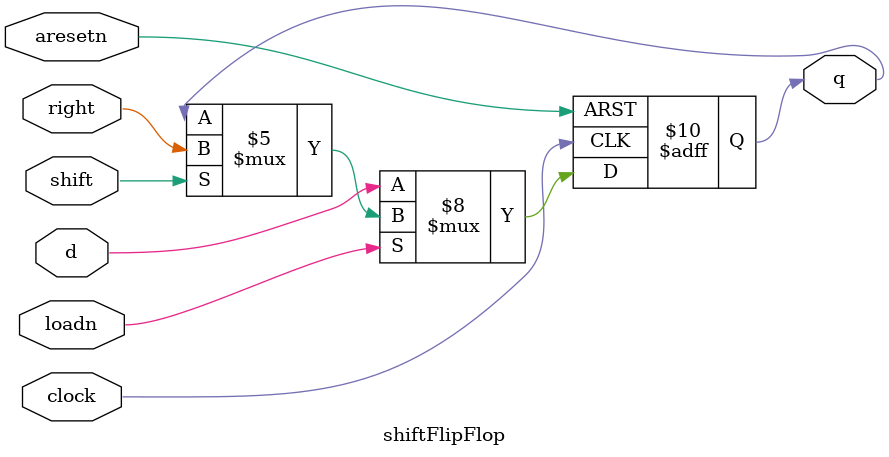
<source format=v>


module lab5part3(input CLOCK_50, input[9:0] SW, input[3:0] KEY, output[9:0] LEDR);
	
	morseEncoder encoder(.rate(32'b00000010111110101111000001111111), .clock(CLOCK_50), .resetn(KEY[0]), .sel(SW[2:0]), .morse_out(LEDR[0]), .start(KEY[1]));
	
endmodule

module morseEncoder(input clock, resetn, start, input[31:0] rate, input[2:0] sel, output morse_out);
	wire[15:0] morseCode;
	wire rotate;
	wire[15:0] regOut;

	//morse LUT
	morseLUT mLut(.s(sel), .q(morseCode));
	
	//rate divider
	rateDivider32bit rateDiv(.s(rate), .enable(1'b1), .resetn(resetn), .clock(clock), .pulse(rotate));
	
	//shift register
	shift16bitRegister sreg(.data(morseCode), .aresetn(resetn), .parallelLoadn(start), .rotateLeft(rotate), .clock(clock), .reg_out(regOut));

	assign morse_out = regOut[15];
endmodule

//morse representation LUT
module morseLUT(input[2:0] s, output reg[15:0] q);
	always@(*)
		case(s)//16'b0000000000000000
			3'b000: q = {16'b1010000000000000};//i
			3'b001: q = {16'b1011101110111000};//j
			3'b010: q = {16'b1110101110000000};//k
			3'b011: q = {16'b1011101010000000};//l
			3'b100: q = {16'b1110111000000000};//m
			3'b101: q = {16'b1110111000000000};//n
			3'b110: q = {16'b1110111011100000};//o
			3'b111: q = {16'b1011101110100000};//p
		endcase
endmodule

//1hz: s=32'b00000010111110101111000001111111
//rate divider
module rateDivider32bit(input[31:0] s, input enable, resetn, clock, output pulse);
	reg[31:0] count;
	
	always @(posedge clock)
	begin
		if((resetn == 1'b0) | (count == 32'b0))
			count <= s;
		else if (enable == 1'b1)
			count <= count - 1;
	end
	
	assign pulse = (count == 32'b0) ? 1 : 0;
endmodule

//shift register
module shift16bitRegister(input[15:0] data, input aresetn, parallelLoadn, rotateLeft, clock, output[15:0] reg_out);

	// shift flip flop units [15:0]
	shiftFlipFlop u15(.shift(rotateLeft), .d(data[15]), .aresetn(aresetn), .loadn(parallelLoadn), .clock(clock), .right(reg_out[14]), .q(reg_out[15]));
	shiftFlipFlop u14(.shift(rotateLeft), .d(data[14]), .aresetn(aresetn), .loadn(parallelLoadn), .clock(clock), .right(reg_out[13]), .q(reg_out[14]));
	shiftFlipFlop u13(.shift(rotateLeft), .d(data[13]), .aresetn(aresetn), .loadn(parallelLoadn), .clock(clock), .right(reg_out[12]), .q(reg_out[13]));
	shiftFlipFlop u12(.shift(rotateLeft), .d(data[12]), .aresetn(aresetn), .loadn(parallelLoadn), .clock(clock), .right(reg_out[11]), .q(reg_out[12]));
	shiftFlipFlop u11(.shift(rotateLeft), .d(data[11]), .aresetn(aresetn), .loadn(parallelLoadn), .clock(clock), .right(reg_out[10]), .q(reg_out[11]));
	shiftFlipFlop u10(.shift(rotateLeft), .d(data[10]), .aresetn(aresetn), .loadn(parallelLoadn), .clock(clock), .right(reg_out[9]), .q(reg_out[10]));
	shiftFlipFlop u9(.shift(rotateLeft), .d(data[9]), .aresetn(aresetn), .loadn(parallelLoadn), .clock(clock), .right(reg_out[8]), .q(reg_out[9]));
	shiftFlipFlop u8(.shift(rotateLeft), .d(data[8]), .aresetn(aresetn), .loadn(parallelLoadn), .clock(clock), .right(reg_out[7]), .q(reg_out[8]));
	shiftFlipFlop u7(.shift(rotateLeft), .d(data[7]), .aresetn(aresetn), .loadn(parallelLoadn), .clock(clock), .right(reg_out[6]), .q(reg_out[7]));
	shiftFlipFlop u6(.shift(rotateLeft), .d(data[6]), .aresetn(aresetn), .loadn(parallelLoadn), .clock(clock), .right(reg_out[5]), .q(reg_out[6]));
	shiftFlipFlop u5(.shift(rotateLeft), .d(data[5]), .aresetn(aresetn), .loadn(parallelLoadn), .clock(clock), .right(reg_out[4]), .q(reg_out[5]));
	shiftFlipFlop u4(.shift(rotateLeft), .d(data[4]), .aresetn(aresetn), .loadn(parallelLoadn), .clock(clock), .right(reg_out[3]), .q(reg_out[4]));
	shiftFlipFlop u3(.shift(rotateLeft), .d(data[3]), .aresetn(aresetn), .loadn(parallelLoadn), .clock(clock), .right(reg_out[2]), .q(reg_out[3]));
	shiftFlipFlop u2(.shift(rotateLeft), .d(data[2]), .aresetn(aresetn), .loadn(parallelLoadn), .clock(clock), .right(reg_out[1]), .q(reg_out[2]));
	shiftFlipFlop u1(.shift(rotateLeft), .d(data[1]), .aresetn(aresetn), .loadn(parallelLoadn), .clock(clock), .right(reg_out[0]), .q(reg_out[1]));
	shiftFlipFlop u0(.shift(rotateLeft), .d(data[0]), .aresetn(aresetn), .loadn(parallelLoadn), .clock(clock), .right(1'b0), .q(reg_out[0]));
endmodule

//shift flip flop
module shiftFlipFlop(input shift, d, loadn, clock, aresetn, right, output reg q);
	//load value into flip flop
	always @(posedge clock, negedge aresetn)
		if(aresetn == 1'b0)
			q <= 1'b0;
		else if (loadn == 1'b0)
			q <= d;
		else if (shift == 1'b1)
			q <= right;
endmodule
</source>
